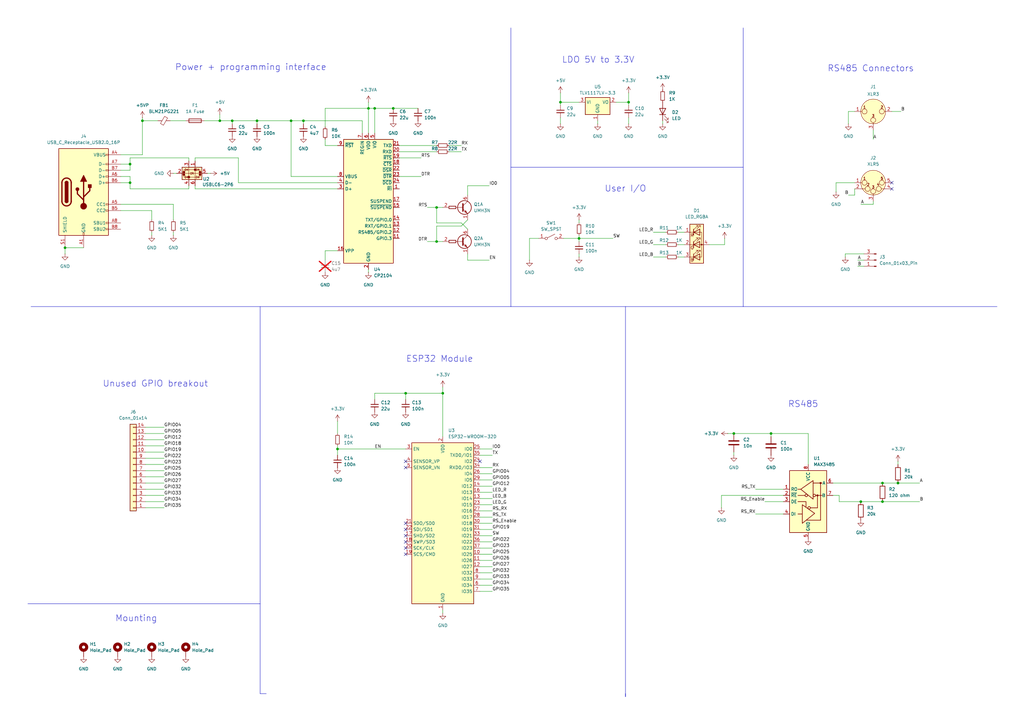
<source format=kicad_sch>
(kicad_sch (version 20231120) (generator "eeschema") (generator_version "8.0")
  (paper "A3")
  (title_block (title "ESP32 RS485") (date "2024-12-10") (rev "1.0") (company "Teknikens Hus"))
  (junction (at 153.67 44.45))
  (junction (at 53.34 74.93))
  (junction (at 361.95 205.74))
  (junction (at 105.41 49.53))
  (junction (at 179.07 99.06))
  (junction (at 58.42 49.53))
  (junction (at 179.07 85.09))
  (junction (at 237.49 97.79))
  (junction (at 119.38 49.53))
  (junction (at 181.61 161.29))
  (junction (at 95.25 49.53))
  (junction (at 151.13 44.45))
  (junction (at 368.3 198.12))
  (junction (at 229.87 41.91))
  (junction (at 138.43 184.15))
  (junction (at 161.29 44.45))
  (junction (at 257.81 41.91))
  (junction (at 353.06 205.74))
  (junction (at 316.23 177.8))
  (junction (at 26.67 101.6))
  (junction (at 53.34 67.31))
  (junction (at 166.37 161.29))
  (junction (at 124.46 49.53))
  (junction (at 300.99 177.8))
  (junction (at 90.17 49.53))
  (junction (at 361.95 198.12))
  (no_connect (at 166.37 191.77))
  (no_connect (at 166.37 189.23))
  (no_connect (at 365.76 77.47))
  (no_connect (at 365.76 74.93))
  (no_connect (at 166.37 227.33))
  (no_connect (at 166.37 214.63))
  (no_connect (at 166.37 217.17))
  (no_connect (at 166.37 224.79))
  (no_connect (at 166.37 219.71))
  (no_connect (at 166.37 222.25))
  (no_connect (at 196.85 189.23))
  (wire (pts (xy 138.43 172.72) (xy 138.43 177.8)))
  (wire (pts (xy 295.91 203.2) (xy 321.31 203.2)))
  (wire (pts (xy 59.69 185.42) (xy 67.31 185.42)))
  (wire (pts (xy 166.37 161.29) (xy 181.61 161.29)))
  (wire (pts (xy 316.23 177.8) (xy 331.47 177.8)))
  (polyline (pts (xy 106.68 247.65) (xy 106.68 284.48)))
  (wire (pts (xy 347.98 80.01) (xy 350.52 80.01)))
  (wire (pts (xy 53.34 64.77) (xy 53.34 67.31)))
  (wire (pts (xy 341.63 198.12) (xy 361.95 198.12)))
  (wire (pts (xy 175.26 85.09) (xy 179.07 85.09)))
  (wire (pts (xy 368.3 189.23) (xy 368.3 190.5)))
  (wire (pts (xy 59.69 190.5) (xy 67.31 190.5)))
  (wire (pts (xy 59.69 182.88) (xy 67.31 182.88)))
  (wire (pts (xy 316.23 177.8) (xy 316.23 179.07)))
  (wire (pts (xy 267.97 95.25) (xy 273.05 95.25)))
  (wire (pts (xy 58.42 49.53) (xy 64.77 49.53)))
  (wire (pts (xy 95.25 49.53) (xy 105.41 49.53)))
  (wire (pts (xy 80.01 77.47) (xy 138.43 77.47)))
  (wire (pts (xy 133.35 102.87) (xy 133.35 106.68)))
  (wire (pts (xy 267.97 105.41) (xy 273.05 105.41)))
  (wire (pts (xy 231.14 97.79) (xy 237.49 97.79)))
  (polyline (pts (xy 304.8 11.43) (xy 304.8 68.58)))
  (wire (pts (xy 257.81 43.18) (xy 257.81 41.91)))
  (wire (pts (xy 26.67 101.6) (xy 34.29 101.6)))
  (wire (pts (xy 138.43 184.15) (xy 166.37 184.15)))
  (wire (pts (xy 59.69 193.04) (xy 67.31 193.04)))
  (wire (pts (xy 191.77 76.2) (xy 200.66 76.2)))
  (wire (pts (xy 237.49 97.79) (xy 237.49 99.06)))
  (wire (pts (xy 353.06 83.82) (xy 358.14 83.82)))
  (wire (pts (xy 119.38 72.39) (xy 138.43 72.39)))
  (polyline (pts (xy 106.68 125.73) (xy 106.68 247.65)))
  (wire (pts (xy 196.85 186.69) (xy 201.93 186.69)))
  (wire (pts (xy 341.63 203.2) (xy 344.17 203.2)))
  (wire (pts (xy 49.53 63.5) (xy 58.42 63.5)))
  (wire (pts (xy 229.87 43.18) (xy 229.87 41.91)))
  (wire (pts (xy 267.97 100.33) (xy 273.05 100.33)))
  (polyline (pts (xy 256.54 125.73) (xy 256.54 285.75)))
  (wire (pts (xy 201.93 237.49) (xy 196.85 237.49)))
  (wire (pts (xy 344.17 203.2) (xy 344.17 205.74)))
  (wire (pts (xy 62.23 86.36) (xy 49.53 86.36)))
  (wire (pts (xy 148.59 49.53) (xy 148.59 54.61)))
  (wire (pts (xy 151.13 41.91) (xy 151.13 44.45)))
  (wire (pts (xy 189.23 91.44) (xy 191.77 93.98)))
  (wire (pts (xy 161.29 44.45) (xy 171.45 44.45)))
  (wire (pts (xy 138.43 182.88) (xy 138.43 184.15)))
  (wire (pts (xy 229.87 41.91) (xy 237.49 41.91)))
  (wire (pts (xy 201.93 232.41) (xy 196.85 232.41)))
  (wire (pts (xy 71.12 83.82) (xy 71.12 90.17)))
  (wire (pts (xy 191.77 104.14) (xy 191.77 106.68)))
  (wire (pts (xy 278.13 95.25) (xy 280.67 95.25)))
  (wire (pts (xy 59.69 198.12) (xy 67.31 198.12)))
  (wire (pts (xy 201.93 227.33) (xy 196.85 227.33)))
  (wire (pts (xy 201.93 219.71) (xy 196.85 219.71)))
  (wire (pts (xy 133.35 59.69) (xy 138.43 59.69)))
  (wire (pts (xy 153.67 54.61) (xy 153.67 44.45)))
  (wire (pts (xy 237.49 97.79) (xy 237.49 96.52)))
  (wire (pts (xy 201.93 196.85) (xy 196.85 196.85)))
  (wire (pts (xy 298.45 177.8) (xy 300.99 177.8)))
  (polyline (pts (xy 256.54 284.48) (xy 256.54 285.75)))
  (wire (pts (xy 133.35 44.45) (xy 151.13 44.45)))
  (wire (pts (xy 331.47 190.5) (xy 331.47 177.8)))
  (wire (pts (xy 237.49 97.79) (xy 251.46 97.79)))
  (wire (pts (xy 196.85 209.55) (xy 201.93 209.55)))
  (wire (pts (xy 201.93 222.25) (xy 196.85 222.25)))
  (wire (pts (xy 201.93 201.93) (xy 196.85 201.93)))
  (wire (pts (xy 201.93 207.01) (xy 196.85 207.01)))
  (wire (pts (xy 358.14 83.82) (xy 358.14 82.55)))
  (wire (pts (xy 59.69 208.28) (xy 67.31 208.28)))
  (wire (pts (xy 80.01 77.47) (xy 80.01 76.2)))
  (wire (pts (xy 300.99 177.8) (xy 316.23 177.8)))
  (wire (pts (xy 80.01 66.04) (xy 80.01 64.77)))
  (wire (pts (xy 353.06 205.74) (xy 361.95 205.74)))
  (wire (pts (xy 201.93 212.09) (xy 196.85 212.09)))
  (wire (pts (xy 184.15 59.69) (xy 189.23 59.69)))
  (wire (pts (xy 95.25 49.53) (xy 95.25 50.8)))
  (wire (pts (xy 365.76 45.72) (xy 369.57 45.72)))
  (wire (pts (xy 181.61 158.75) (xy 181.61 161.29)))
  (wire (pts (xy 97.79 64.77) (xy 97.79 74.93)))
  (wire (pts (xy 49.53 83.82) (xy 71.12 83.82)))
  (wire (pts (xy 201.93 214.63) (xy 196.85 214.63)))
  (wire (pts (xy 245.11 50.8) (xy 245.11 49.53)))
  (wire (pts (xy 257.81 41.91) (xy 252.73 41.91)))
  (wire (pts (xy 62.23 90.17) (xy 62.23 86.36)))
  (wire (pts (xy 344.17 205.74) (xy 353.06 205.74)))
  (wire (pts (xy 138.43 102.87) (xy 133.35 102.87)))
  (wire (pts (xy 347.98 45.72) (xy 350.52 45.72)))
  (wire (pts (xy 297.18 97.79) (xy 297.18 100.33)))
  (polyline (pts (xy 11.43 247.65) (xy 106.68 247.65)))
  (wire (pts (xy 153.67 161.29) (xy 166.37 161.29)))
  (wire (pts (xy 138.43 186.69) (xy 138.43 184.15)))
  (wire (pts (xy 53.34 64.77) (xy 77.47 64.77)))
  (wire (pts (xy 295.91 208.28) (xy 295.91 203.2)))
  (wire (pts (xy 350.52 80.01) (xy 350.52 77.47)))
  (wire (pts (xy 346.71 104.14) (xy 354.33 104.14)))
  (wire (pts (xy 229.87 50.8) (xy 229.87 48.26)))
  (wire (pts (xy 71.12 96.52) (xy 71.12 95.25)))
  (wire (pts (xy 237.49 105.41) (xy 237.49 104.14)))
  (wire (pts (xy 59.69 175.26) (xy 67.31 175.26)))
  (polyline (pts (xy 304.8 125.73) (xy 408.94 125.73)))
  (wire (pts (xy 321.31 210.82) (xy 309.88 210.82)))
  (wire (pts (xy 59.69 200.66) (xy 67.31 200.66)))
  (wire (pts (xy 201.93 191.77) (xy 196.85 191.77)))
  (wire (pts (xy 163.83 62.23) (xy 179.07 62.23)))
  (polyline (pts (xy 304.8 68.58) (xy 304.8 125.73)))
  (wire (pts (xy 237.49 90.17) (xy 237.49 91.44)))
  (wire (pts (xy 69.85 49.53) (xy 76.2 49.53)))
  (wire (pts (xy 229.87 38.1) (xy 229.87 41.91)))
  (wire (pts (xy 201.93 199.39) (xy 196.85 199.39)))
  (wire (pts (xy 184.15 62.23) (xy 189.23 62.23)))
  (wire (pts (xy 133.35 57.15) (xy 133.35 59.69)))
  (wire (pts (xy 361.95 198.12) (xy 368.3 198.12)))
  (wire (pts (xy 153.67 163.83) (xy 153.67 161.29)))
  (wire (pts (xy 300.99 186.69) (xy 300.99 185.42)))
  (wire (pts (xy 97.79 74.93) (xy 138.43 74.93)))
  (wire (pts (xy 151.13 111.76) (xy 151.13 110.49)))
  (wire (pts (xy 368.3 198.12) (xy 377.19 198.12)))
  (wire (pts (xy 175.26 99.06) (xy 179.07 99.06)))
  (wire (pts (xy 90.17 46.99) (xy 90.17 49.53)))
  (wire (pts (xy 257.81 50.8) (xy 257.81 48.26)))
  (wire (pts (xy 201.93 242.57) (xy 196.85 242.57)))
  (wire (pts (xy 77.47 77.47) (xy 77.47 76.2)))
  (wire (pts (xy 257.81 38.1) (xy 257.81 41.91)))
  (wire (pts (xy 58.42 49.53) (xy 58.42 63.5)))
  (wire (pts (xy 181.61 251.46) (xy 181.61 250.19)))
  (polyline (pts (xy 209.55 68.58) (xy 304.8 68.58)))
  (wire (pts (xy 53.34 69.85) (xy 53.34 67.31)))
  (wire (pts (xy 163.83 64.77) (xy 172.72 64.77)))
  (wire (pts (xy 351.79 109.22) (xy 354.33 109.22)))
  (wire (pts (xy 201.93 204.47) (xy 196.85 204.47)))
  (wire (pts (xy 133.35 52.07) (xy 133.35 44.45)))
  (wire (pts (xy 59.69 180.34) (xy 67.31 180.34)))
  (polyline (pts (xy 304.8 125.73) (xy 209.55 125.73)))
  (wire (pts (xy 342.9 78.74) (xy 342.9 74.93)))
  (wire (pts (xy 217.17 106.68) (xy 217.17 97.79)))
  (wire (pts (xy 71.12 71.12) (xy 72.39 71.12)))
  (wire (pts (xy 271.78 50.8) (xy 271.78 49.53)))
  (wire (pts (xy 105.41 49.53) (xy 119.38 49.53)))
  (wire (pts (xy 201.93 217.17) (xy 196.85 217.17)))
  (wire (pts (xy 346.71 105.41) (xy 346.71 104.14)))
  (wire (pts (xy 59.69 203.2) (xy 67.31 203.2)))
  (wire (pts (xy 196.85 240.03) (xy 201.93 240.03)))
  (wire (pts (xy 342.9 74.93) (xy 350.52 74.93)))
  (wire (pts (xy 153.67 44.45) (xy 161.29 44.45)))
  (wire (pts (xy 105.41 50.8) (xy 105.41 49.53)))
  (wire (pts (xy 179.07 92.71) (xy 189.23 92.71)))
  (wire (pts (xy 313.69 205.74) (xy 321.31 205.74)))
  (polyline (pts (xy 12.7 125.73) (xy 209.55 125.73)))
  (wire (pts (xy 77.47 64.77) (xy 77.47 66.04)))
  (wire (pts (xy 119.38 49.53) (xy 119.38 72.39)))
  (wire (pts (xy 191.77 106.68) (xy 200.66 106.68)))
  (wire (pts (xy 59.69 195.58) (xy 67.31 195.58)))
  (wire (pts (xy 53.34 67.31) (xy 49.53 67.31)))
  (wire (pts (xy 179.07 92.71) (xy 179.07 99.06)))
  (wire (pts (xy 351.79 106.68) (xy 354.33 106.68)))
  (polyline (pts (xy 209.55 11.43) (xy 209.55 125.73)))
  (wire (pts (xy 83.82 49.53) (xy 90.17 49.53)))
  (wire (pts (xy 201.93 229.87) (xy 196.85 229.87)))
  (wire (pts (xy 163.83 72.39) (xy 172.72 72.39)))
  (wire (pts (xy 361.95 205.74) (xy 377.19 205.74)))
  (wire (pts (xy 297.18 100.33) (xy 290.83 100.33)))
  (wire (pts (xy 151.13 44.45) (xy 151.13 54.61)))
  (wire (pts (xy 59.69 177.8) (xy 67.31 177.8)))
  (wire (pts (xy 163.83 59.69) (xy 179.07 59.69)))
  (wire (pts (xy 49.53 69.85) (xy 53.34 69.85)))
  (wire (pts (xy 166.37 161.29) (xy 166.37 163.83)))
  (wire (pts (xy 119.38 49.53) (xy 124.46 49.53)))
  (wire (pts (xy 358.14 53.34) (xy 358.14 57.15)))
  (wire (pts (xy 201.93 224.79) (xy 196.85 224.79)))
  (wire (pts (xy 179.07 85.09) (xy 179.07 91.44)))
  (wire (pts (xy 49.53 74.93) (xy 53.34 74.93)))
  (polyline (pts (xy 106.68 284.48) (xy 109.22 284.48)))
  (wire (pts (xy 90.17 49.53) (xy 95.25 49.53)))
  (wire (pts (xy 53.34 77.47) (xy 77.47 77.47)))
  (wire (pts (xy 179.07 85.09) (xy 181.61 85.09)))
  (wire (pts (xy 201.93 184.15) (xy 196.85 184.15)))
  (wire (pts (xy 309.88 200.66) (xy 321.31 200.66)))
  (wire (pts (xy 59.69 205.74) (xy 67.31 205.74)))
  (wire (pts (xy 49.53 72.39) (xy 53.34 72.39)))
  (wire (pts (xy 86.36 71.12) (xy 85.09 71.12)))
  (wire (pts (xy 179.07 99.06) (xy 181.61 99.06)))
  (wire (pts (xy 80.01 64.77) (xy 97.79 64.77)))
  (wire (pts (xy 278.13 100.33) (xy 280.67 100.33)))
  (wire (pts (xy 191.77 90.17) (xy 189.23 92.71)))
  (wire (pts (xy 59.69 187.96) (xy 67.31 187.96)))
  (wire (pts (xy 26.67 104.14) (xy 26.67 101.6)))
  (wire (pts (xy 153.67 44.45) (xy 151.13 44.45)))
  (wire (pts (xy 181.61 161.29) (xy 181.61 179.07)))
  (wire (pts (xy 217.17 97.79) (xy 220.98 97.79)))
  (wire (pts (xy 53.34 77.47) (xy 53.34 74.93)))
  (wire (pts (xy 124.46 49.53) (xy 124.46 50.8)))
  (wire (pts (xy 347.98 50.8) (xy 347.98 45.72)))
  (wire (pts (xy 58.42 48.26) (xy 58.42 49.53)))
  (wire (pts (xy 196.85 194.31) (xy 201.93 194.31)))
  (wire (pts (xy 62.23 96.52) (xy 62.23 95.25)))
  (wire (pts (xy 53.34 72.39) (xy 53.34 74.93)))
  (wire (pts (xy 201.93 234.95) (xy 196.85 234.95)))
  (wire (pts (xy 278.13 105.41) (xy 280.67 105.41)))
  (wire (pts (xy 179.07 91.44) (xy 189.23 91.44)))
  (wire (pts (xy 191.77 76.2) (xy 191.77 80.01)))
  (wire (pts (xy 148.59 49.53) (xy 124.46 49.53)))
  (text "Unused GPIO breakout\n" (at 63.754 157.48 0) (effects (font (size 2.54 2.54))))
  (text "RS485\n" (at 329.438 165.862 0) (effects (font (size 2.54 2.54))))
  (text "ESP32 Module" (at 180.34 147.32 0) (effects (font (size 2.54 2.54))))
  (text "Mounting\n" (at 55.88 253.746 0) (effects (font (size 2.54 2.54))))
  (text "LDO 5V to 3.3V\n" (at 245.364 24.638 0) (effects (font (size 2.54 2.54))))
  (text "Power + programming interface" (at 102.87 27.686 0) (effects (font (size 2.54 2.54))))
  (text "RS485 Connectors" (at 357.124 28.194 0) (effects (font (size 2.54 2.54))))
  (text "User I/O" (at 256.54 77.47 0) (effects (font (size 2.54 2.54))))
  (label "A" (at 377.19 198.12 0))
  (label "GPIO25" (at 67.31 193.04 0))
  (label "GPIO34" (at 201.93 240.03 0))
  (label "GPIO27" (at 201.93 232.41 0))
  (label "IO0" (at 200.66 76.2 0))
  (label "EN" (at 200.66 106.68 0))
  (label "A" (at 351.79 106.68 0))
  (label "RTS" (at 175.26 85.09 180))
  (label "SW" (at 251.46 97.79 0))
  (label "GPIO05" (at 201.93 196.85 0))
  (label "B" (at 369.57 45.72 0))
  (label "RS_RX" (at 201.93 209.55 0))
  (label "GPIO26" (at 201.93 229.87 0))
  (label "LED_R" (at 267.97 95.25 180))
  (label "LED_G" (at 267.97 100.33 180))
  (label "GPIO18" (at 67.31 182.88 0))
  (label "GPIO22" (at 67.31 187.96 0))
  (label "RS_RX" (at 309.88 210.82 180))
  (label "GPIO32" (at 67.31 200.66 0))
  (label "EN" (at 153.67 184.15 0))
  (label "SW" (at 201.93 219.71 0))
  (label "TX" (at 189.23 62.23 0))
  (label "B" (at 377.19 205.74 0))
  (label "LED_B" (at 201.93 204.47 0))
  (label "LED_R" (at 201.93 201.93 0))
  (label "GPIO32" (at 201.93 234.95 0))
  (label "RTS" (at 172.72 64.77 0))
  (label "GPIO19" (at 201.93 217.17 0))
  (label "GPIO26" (at 67.31 195.58 0))
  (label "A" (at 353.06 83.82 0))
  (label "GPIO04" (at 67.31 175.26 0))
  (label "GPIO12" (at 201.93 199.39 0))
  (label "DTR" (at 172.72 72.39 0))
  (label "RX" (at 201.93 191.77 0))
  (label "B" (at 351.79 109.22 0))
  (label "IO0" (at 201.93 184.15 0))
  (label "GPIO22" (at 201.93 222.25 0))
  (label "GPIO23" (at 201.93 224.79 0))
  (label "GPIO19" (at 67.31 185.42 0))
  (label "GPIO05" (at 67.31 177.8 0))
  (label "RS_TX" (at 201.93 212.09 0))
  (label "RX" (at 189.23 59.69 0))
  (label "GPIO35" (at 201.93 242.57 0))
  (label "DTR" (at 175.26 99.06 180))
  (label "RS_Enable" (at 313.69 205.74 180))
  (label "GPIO34" (at 67.31 205.74 0))
  (label "B" (at 347.98 80.01 180))
  (label "RS_Enable" (at 201.93 214.63 0))
  (label "GPIO33" (at 201.93 237.49 0))
  (label "GPIO12" (at 67.31 180.34 0))
  (label "LED_G" (at 201.93 207.01 0))
  (label "GPIO27" (at 67.31 198.12 0))
  (label "RS_TX" (at 309.88 200.66 180))
  (label "LED_B" (at 267.97 105.41 180))
  (label "GPIO33" (at 67.31 203.2 0))
  (label "GPIO25" (at 201.93 227.33 0))
  (label "GPIO35" (at 67.31 208.28 0))
  (label "A" (at 358.14 57.15 0))
  (label "GPIO23" (at 67.31 190.5 0))
  (label "TX" (at 201.93 186.69 0))
  (label "GPIO04" (at 201.93 194.31 0))
  (symbol (lib_id "Device:R_Small") (at 138.43 180.34 0) (unit 1)
    (property "Reference" "R14" (at 140.97 179.0699 0) (effects (justify left)))
    (property "Value" "10K" (at 140.97 181.6099 0) (effects (justify left)))
    (property "Footprint" "Resistor_SMD:R_0402_1005Metric_Pad0.72x0.64mm_HandSolder" (effects (hide yes)))
    (property "Description" "Resistor, small symbol" (effects (hide yes)))
  )
  (symbol (lib_id "power:GND") (at 105.41 55.88 0) (unit 1)
    (property "Reference" "#PWR015" (effects (hide yes)))
    (property "Value" "GND" (at 105.41 60.96 0))
    (property "Description" "Power symbol creates a global label with name \"GND\" , ground" (effects (hide yes)))
  )
  (symbol (lib_id "power:GND") (at 257.81 50.8 0) (unit 1)
    (property "Reference" "#PWR023" (effects (hide yes)))
    (property "Value" "GND" (at 257.81 55.88 0))
    (property "Description" "Power symbol creates a global label with name \"GND\" , ground" (effects (hide yes)))
  )
  (symbol (lib_id "power:+3.3VA") (at 151.13 41.91 0) (unit 1)
    (property "Reference" "#PWR019" (effects (hide yes)))
    (property "Value" "+3.3VA" (at 151.13 36.83 0))
    (property "Description" "Power symbol creates a global label with name \"+3.3VA\"" (effects (hide yes)))
  )
  (symbol (lib_id "power:GND") (at 26.67 104.14 0) (unit 1)
    (property "Reference" "#PWR010" (effects (hide yes)))
    (property "Value" "GND" (at 26.67 109.22 0))
    (property "Description" "Power symbol creates a global label with name \"GND\" , ground" (effects (hide yes)))
  )
  (symbol (lib_id "power:GND") (at 151.13 111.76 0) (unit 1)
    (property "Reference" "#PWR021" (effects (hide yes)))
    (property "Value" "GND" (at 151.13 116.84 0))
    (property "Description" "Power symbol creates a global label with name \"GND\" , ground" (effects (hide yes)))
  )
  (symbol (lib_id "Device:C_Small") (at 124.46 53.34 0) (unit 1)
    (property "Reference" "C4" (at 127 52.0762 0) (effects (justify left)))
    (property "Value" "4u7" (at 127 54.6162 0) (effects (justify left)))
    (property "Footprint" "Capacitor_SMD:C_0805_2012Metric_Pad1.18x1.45mm_HandSolder" (effects (hide yes)))
    (property "Description" "Unpolarized capacitor, small symbol" (effects (hide yes)))
  )
  (symbol (lib_id "power:GND") (at 138.43 191.77 0) (unit 1)
    (property "Reference" "#PWR041" (effects (hide yes)))
    (property "Value" "GND" (at 138.43 196.85 0))
    (property "Description" "Power symbol creates a global label with name \"GND\" , ground" (effects (hide yes)))
  )
  (symbol (lib_id "power:+5V") (at 90.17 46.99 0) (unit 1)
    (property "Reference" "#PWR013" (effects (hide yes)))
    (property "Value" "+5V" (at 90.17 41.91 0))
    (property "Description" "Power symbol creates a global label with name \"+5V\"" (effects (hide yes)))
  )
  (symbol (lib_id "power:GND") (at 271.78 50.8 0) (unit 1)
    (property "Reference" "#PWR028" (effects (hide yes)))
    (property "Value" "GND" (at 271.78 55.88 0))
    (property "Description" "Power symbol creates a global label with name \"GND\" , ground" (effects (hide yes)))
  )
  (symbol (lib_id "power:+3.3V") (at 237.49 90.17 0) (unit 1)
    (property "Reference" "#PWR031" (effects (hide yes)))
    (property "Value" "+3.3V" (at 237.49 85.09 0))
    (property "Description" "Power symbol creates a global label with name \"+3.3V\"" (effects (hide yes)))
  )
  (symbol (lib_id "Device:C") (at 300.99 181.61 0) (unit 1)
    (property "Reference" "C2" (at 304.8 180.3399 0) (effects (justify left)))
    (property "Value" "10n" (at 304.8 182.8799 0) (effects (justify left)))
    (property "Footprint" "Capacitor_SMD:C_0805_2012Metric_Pad1.18x1.45mm_HandSolder" (effects (hide yes)))
    (property "Description" "Unpolarized capacitor" (effects (hide yes)))
  )
  (symbol (lib_id "Connector_Audio:XLR5") (at 358.14 74.93 0) (unit 1)
    (property "Reference" "J2" (at 358.14 64.77 0))
    (property "Value" "XLR5" (at 358.14 67.31 0))
    (property "Footprint" "Connector_Audio:Jack_XLR_Neutrik_NC5FAH-0_Horizontal" (effects (hide yes)))
    (property "Description" "XLR Connector, Male or Female, 5 Pins" (effects (hide yes)))
  )
  (symbol (lib_id "power:GND") (at 62.23 269.24 0) (unit 1)
    (property "Reference" "#PWR035" (effects (hide yes)))
    (property "Value" "GND" (at 62.23 274.32 0))
    (property "Description" "Power symbol creates a global label with name \"GND\" , ground" (effects (hide yes)))
  )
  (symbol (lib_id "Device:R_Small") (at 275.59 100.33 90) (unit 1)
    (property "Reference" "R12" (at 274.32 98.552 90) (effects (justify left)))
    (property "Value" "1K" (at 279.908 98.552 90) (effects (justify left)))
    (property "Footprint" "Resistor_SMD:R_0402_1005Metric_Pad0.72x0.64mm_HandSolder" (effects (hide yes)))
    (property "Description" "Resistor, small symbol" (effects (hide yes)))
  )
  (symbol (lib_id "Device:C_Small") (at 166.37 166.37 0) (unit 1)
    (property "Reference" "C13" (at 168.91 165.1062 0) (effects (justify left)))
    (property "Value" "100n" (at 168.91 167.6462 0) (effects (justify left)))
    (property "Footprint" "Capacitor_SMD:C_0402_1005Metric_Pad0.74x0.62mm_HandSolder" (effects (hide yes)))
    (property "Description" "Unpolarized capacitor, small symbol" (effects (hide yes)))
  )
  (symbol (lib_id "power:GND") (at 34.29 269.24 0) (unit 1)
    (property "Reference" "#PWR033" (effects (hide yes)))
    (property "Value" "GND" (at 34.29 274.32 0))
    (property "Description" "Power symbol creates a global label with name \"GND\" , ground" (effects (hide yes)))
  )
  (symbol (lib_id "power:+5VP") (at 58.42 48.26 0) (unit 1)
    (property "Reference" "#PWR011" (effects (hide yes)))
    (property "Value" "+5VP" (at 58.42 43.18 0))
    (property "Description" "Power symbol creates a global label with name \"+5VP\"" (effects (hide yes)))
  )
  (symbol (lib_id "Device:C_Small") (at 257.81 45.72 0) (unit 1)
    (property "Reference" "C10" (at 260.35 44.4562 0) (effects (justify left)))
    (property "Value" "22u" (at 260.35 46.9962 0) (effects (justify left)))
    (property "Footprint" "Capacitor_SMD:C_0805_2012Metric_Pad1.18x1.45mm_HandSolder" (effects (hide yes)))
    (property "Description" "Unpolarized capacitor, small symbol" (effects (hide yes)))
  )
  (symbol (lib_id "Switch:SW_SPST") (at 226.06 97.79 0) (unit 1)
    (property "Reference" "SW1" (at 226.06 91.44 0))
    (property "Value" "SW_SPST" (at 226.06 93.98 0))
    (property "Footprint" "Button_Switch_SMD:SW_Push_1P1T_NO_6x6mm_H9.5mm" (effects (hide yes)))
    (property "Description" "Single Pole Single Throw (SPST) switch" (effects (hide yes)))
  )
  (symbol (lib_id "power:GND") (at 295.91 208.28 0) (unit 1)
    (property "Reference" "#PWR045" (effects (hide yes)))
    (property "Value" "GND" (at 295.91 213.36 0))
    (property "Description" "Power symbol creates a global label with name \"GND\" , ground" (effects (hide yes)))
  )
  (symbol (lib_id "Device:R_Small") (at 237.49 93.98 0) (unit 1)
    (property "Reference" "R10" (at 240.03 92.7099 0) (effects (justify left)))
    (property "Value" "10K" (at 240.03 95.2499 0) (effects (justify left)))
    (property "Footprint" "Resistor_SMD:R_0402_1005Metric_Pad0.72x0.64mm_HandSolder" (effects (hide yes)))
    (property "Description" "Resistor, small symbol" (effects (hide yes)))
  )
  (symbol (lib_id "Device:C_Small") (at 105.41 53.34 0) (unit 1)
    (property "Reference" "C3" (at 107.95 52.0762 0) (effects (justify left)))
    (property "Value" "100n" (at 107.95 54.6162 0) (effects (justify left)))
    (property "Footprint" "Capacitor_SMD:C_0402_1005Metric_Pad0.74x0.62mm_HandSolder" (effects (hide yes)))
    (property "Description" "Unpolarized capacitor, small symbol" (effects (hide yes)))
  )
  (symbol (lib_id "Device:R") (at 353.06 209.55 0) (unit 1)
    (property "Reference" "R3" (at 355.6 208.2799 0) (effects (justify left)))
    (property "Value" "20k" (at 355.6 210.8199 0) (effects (justify left)))
    (property "Footprint" "Resistor_SMD:R_0402_1005Metric_Pad0.72x0.64mm_HandSolder" (effects (hide yes)))
    (property "Description" "Resistor" (effects (hide yes)))
  )
  (symbol (lib_id "power:GND") (at 62.23 96.52 0) (unit 1)
    (property "Reference" "#PWR08" (effects (hide yes)))
    (property "Value" "GND" (at 62.23 101.6 0))
    (property "Description" "Power symbol creates a global label with name \"GND\" , ground" (effects (hide yes)))
  )
  (symbol (lib_id "power:+3.3V") (at 297.18 97.79 0) (unit 1)
    (property "Reference" "#PWR032" (effects (hide yes)))
    (property "Value" "+3.3V" (at 297.18 92.71 0))
    (property "Description" "Power symbol creates a global label with name \"+3.3V\"" (effects (hide yes)))
  )
  (symbol (lib_id "Device:R_Small") (at 271.78 39.37 0) (unit 1)
    (property "Reference" "R9" (at 274.32 38.0999 0) (effects (justify left)))
    (property "Value" "1K" (at 274.32 40.6399 0) (effects (justify left)))
    (property "Footprint" "Resistor_SMD:R_0402_1005Metric_Pad0.72x0.64mm_HandSolder" (effects (hide yes)))
    (property "Description" "Resistor, small symbol" (effects (hide yes)))
  )
  (symbol (lib_id "Device:C_Small") (at 237.49 101.6 0) (unit 1)
    (property "Reference" "C11" (at 240.03 100.3362 0) (effects (justify left)))
    (property "Value" "100n" (at 240.03 102.8762 0) (effects (justify left)))
    (property "Footprint" "Capacitor_SMD:C_0402_1005Metric_Pad0.74x0.62mm_HandSolder" (effects (hide yes)))
    (property "Description" "Unpolarized capacitor, small symbol" (effects (hide yes)))
  )
  (symbol (lib_id "Connector_Generic:Conn_01x14") (at 54.61 193.04 180) (unit 1)
    (property "Reference" "J6" (at 54.61 168.91 0))
    (property "Value" "Conn_01x14" (at 54.61 171.45 0))
    (property "Footprint" "Connector_PinHeader_2.00mm:PinHeader_1x14_P2.00mm_Vertical" (effects (hide yes)))
    (property "Description" "Generic connector, single row, 01x14, script generated (kicad-library-utils/schlib/autogen/connector/)" (effects (hide yes)))
  )
  (symbol (lib_id "power:GND") (at 71.12 96.52 0) (unit 1)
    (property "Reference" "#PWR09" (effects (hide yes)))
    (property "Value" "GND" (at 71.12 101.6 0))
    (property "Description" "Power symbol creates a global label with name \"GND\" , ground" (effects (hide yes)))
  )
  (symbol (lib_id "power:+3.3V") (at 298.45 177.8 90) (unit 1)
    (property "Reference" "#PWR043" (effects (hide yes)))
    (property "Value" "+3.3V" (at 294.64 177.7999 90) (effects (justify left)))
    (property "Description" "Power symbol creates a global label with name \"+3.3V\"" (effects (hide yes)))
  )
  (symbol (lib_id "power:GND") (at 229.87 50.8 0) (unit 1)
    (property "Reference" "#PWR022" (effects (hide yes)))
    (property "Value" "GND" (at 229.87 55.88 0))
    (property "Description" "Power symbol creates a global label with name \"GND\" , ground" (effects (hide yes)))
  )
  (symbol (lib_id "power:GND") (at 133.35 111.76 0) (unit 1)
    (property "Reference" "#PWR020" (effects (hide yes)))
    (property "Value" "GND" (at 133.35 116.84 0))
    (property "Description" "Power symbol creates a global label with name \"GND\" , ground" (effects (hide yes)))
  )
  (symbol (lib_id "Device:R_Small") (at 133.35 54.61 0) (unit 1)
    (property "Reference" "R6" (at 135.89 53.3399 0) (effects (justify left)))
    (property "Value" "10K" (at 135.89 55.8799 0) (effects (justify left)))
    (property "Footprint" "Resistor_SMD:R_0402_1005Metric_Pad0.72x0.64mm_HandSolder" (effects (hide yes)))
    (property "Description" "Resistor, small symbol" (effects (hide yes)))
  )
  (symbol (lib_id "power:GND") (at 245.11 50.8 0) (unit 1)
    (property "Reference" "#PWR025" (effects (hide yes)))
    (property "Value" "GND" (at 245.11 55.88 0))
    (property "Description" "Power symbol creates a global label with name \"GND\" , ground" (effects (hide yes)))
  )
  (symbol (lib_id "power:GND") (at 166.37 168.91 0) (unit 1)
    (property "Reference" "#PWR039" (effects (hide yes)))
    (property "Value" "GND" (at 166.37 173.99 0))
    (property "Description" "Power symbol creates a global label with name \"GND\" , ground" (effects (hide yes)))
  )
  (symbol (lib_id "power:GND") (at 331.47 220.98 0) (unit 1)
    (property "Reference" "#PWR01" (effects (hide yes)))
    (property "Value" "GND" (at 331.47 226.06 0))
    (property "Description" "Power symbol creates a global label with name \"GND\" , ground" (effects (hide yes)))
  )
  (symbol (lib_id "Device:C_Small") (at 153.67 166.37 0) (unit 1)
    (property "Reference" "C12" (at 156.21 165.1062 0) (effects (justify left)))
    (property "Value" "22u" (at 156.21 167.6462 0) (effects (justify left)))
    (property "Footprint" "Capacitor_SMD:C_0805_2012Metric_Pad1.18x1.45mm_HandSolder" (effects (hide yes)))
    (property "Description" "Unpolarized capacitor, small symbol" (effects (hide yes)))
  )
  (symbol (lib_id "Device:R_Small") (at 181.61 59.69 90) (unit 1)
    (property "Reference" "R7" (at 178.308 58.42 90))
    (property "Value" "22R" (at 185.674 58.42 90))
    (property "Footprint" "Resistor_SMD:R_0402_1005Metric_Pad0.72x0.64mm_HandSolder" (effects (hide yes)))
    (property "Description" "Resistor, small symbol" (effects (hide yes)))
  )
  (symbol (lib_id "Device:R_Small") (at 181.61 62.23 90) (unit 1)
    (property "Reference" "R8" (at 178.308 60.96 90))
    (property "Value" "22R" (at 185.674 60.96 90))
    (property "Footprint" "Resistor_SMD:R_0402_1005Metric_Pad0.72x0.64mm_HandSolder" (effects (hide yes)))
    (property "Description" "Resistor, small symbol" (effects (hide yes)))
  )
  (symbol (lib_id "Device:C_Small") (at 95.25 53.34 0) (unit 1)
    (property "Reference" "C5" (at 97.79 52.0762 0) (effects (justify left)))
    (property "Value" "22u" (at 97.79 54.6162 0) (effects (justify left)))
    (property "Footprint" "Capacitor_SMD:C_0805_2012Metric_Pad1.18x1.45mm_HandSolder" (effects (hide yes)))
    (property "Description" "Unpolarized capacitor, small symbol" (effects (hide yes)))
  )
  (symbol (lib_id "power:GND") (at 71.12 71.12 270) (unit 1)
    (property "Reference" "#PWR02" (effects (hide yes)))
    (property "Value" "GND" (at 67.31 71.1199 90) (effects (justify right)))
    (property "Description" "Power symbol creates a global label with name \"GND\" , ground" (effects (hide yes)))
  )
  (symbol (lib_id "Device:C_Small") (at 138.43 189.23 0) (unit 1)
    (property "Reference" "C14" (at 140.97 187.9662 0) (effects (justify left)))
    (property "Value" "100n" (at 140.97 190.5062 0) (effects (justify left)))
    (property "Footprint" "Capacitor_SMD:C_0402_1005Metric_Pad0.74x0.62mm_HandSolder" (effects (hide yes)))
    (property "Description" "Unpolarized capacitor, small symbol" (effects (hide yes)))
  )
  (symbol (lib_id "power:+3.3V") (at 138.43 172.72 0) (unit 1)
    (property "Reference" "#PWR040" (effects (hide yes)))
    (property "Value" "+3.3V" (at 138.43 167.64 0))
    (property "Description" "Power symbol creates a global label with name \"+3.3V\"" (effects (hide yes)))
  )
  (symbol (lib_id "Device:C_Small") (at 133.35 109.22 0) (unit 1) (in_bom no) (dnp yes)
    (property "Reference" "C15" (at 135.89 107.9562 0) (effects (justify left)))
    (property "Value" "4u7" (at 135.89 110.4962 0) (effects (justify left)))
    (property "Footprint" "Capacitor_SMD:C_0805_2012Metric_Pad1.18x1.45mm_HandSolder" (effects (hide yes)))
    (property "Description" "Unpolarized capacitor, small symbol" (effects (hide yes)))
  )
  (symbol (lib_id "power:GND") (at 347.98 50.8 0) (unit 1)
    (property "Reference" "#PWR05" (effects (hide yes)))
    (property "Value" "GND" (at 347.98 55.88 0))
    (property "Description" "Power symbol creates a global label with name \"GND\" , ground" (effects (hide yes)))
  )
  (symbol (lib_id "Device:C_Small") (at 161.29 46.99 0) (unit 1)
    (property "Reference" "C6" (at 163.83 45.7262 0) (effects (justify left)))
    (property "Value" "22u" (at 163.83 48.2662 0) (effects (justify left)))
    (property "Footprint" "Capacitor_SMD:C_0805_2012Metric_Pad1.18x1.45mm_HandSolder" (effects (hide yes)))
    (property "Description" "Unpolarized capacitor, small symbol" (effects (hide yes)))
  )
  (symbol (lib_id "Device:LED") (at 271.78 45.72 90) (unit 1)
    (property "Reference" "D2" (at 275.59 46.0374 90) (effects (justify right)))
    (property "Value" "LED" (at 275.59 48.5774 90) (effects (justify right)))
    (property "Footprint" "LED_SMD:LED_0603_1608Metric_Pad1.05x0.95mm_HandSolder" (effects (hide yes)))
    (property "Description" "Light emitting diode" (effects (hide yes)))
  )
  (symbol (lib_id "Connector:USB_C_Receptacle_USB2.0_16P") (at 34.29 78.74 0) (unit 1)
    (property "Reference" "J4" (at 34.29 55.88 0))
    (property "Value" "USB_C_Receptacle_USB2.0_16P" (at 34.29 58.42 0))
    (property "Footprint" "Connector_USB:USB_C_Receptacle_HRO_TYPE-C-31-M-12" (effects (hide yes)))
    (property "Datasheet" "https://www.usb.org/sites/default/files/documents/usb_type-c.zip" (effects (hide yes)))
    (property "Description" "USB 2.0-only 16P Type-C Receptacle connector" (effects (hide yes)))
  )
  (symbol (lib_id "power:GND") (at 95.25 55.88 0) (unit 1)
    (property "Reference" "#PWR014" (effects (hide yes)))
    (property "Value" "GND" (at 95.25 60.96 0))
    (property "Description" "Power symbol creates a global label with name \"GND\" , ground" (effects (hide yes)))
  )
  (symbol (lib_id "Interface_UART:MAX3485") (at 331.47 205.74 0) (unit 1)
    (property "Reference" "U1" (at 333.6641 187.96 0) (effects (justify left)))
    (property "Value" "MAX3485" (at 333.6641 190.5 0) (effects (justify left)))
    (property "Footprint" "Package_SO:SOIC-8_3.9x4.9mm_P1.27mm" (effects (hide yes)))
    (property "Datasheet" "https://datasheets.maximintegrated.com/en/ds/MAX3483-MAX3491.pdf" (effects (hide yes)))
    (property "Description" "True RS-485/RS-422, 10Mbps, Slew-Rate Limited, with low-power shutdown, with receiver/driver enable, 32 receiver drive capacitity, DIP-8 and SOIC-8" (effects (hide yes)))
  )
  (symbol (lib_id "Device:C_Small") (at 171.45 46.99 0) (unit 1)
    (property "Reference" "C7" (at 173.99 45.7262 0) (effects (justify left)))
    (property "Value" "100n" (at 173.99 48.2662 0) (effects (justify left)))
    (property "Footprint" "Capacitor_SMD:C_0402_1005Metric_Pad0.74x0.62mm_HandSolder" (effects (hide yes)))
    (property "Description" "Unpolarized capacitor, small symbol" (effects (hide yes)))
  )
  (symbol (lib_id "power:GND") (at 153.67 168.91 0) (unit 1)
    (property "Reference" "#PWR038" (effects (hide yes)))
    (property "Value" "GND" (at 153.67 173.99 0))
    (property "Description" "Power symbol creates a global label with name \"GND\" , ground" (effects (hide yes)))
  )
  (symbol (lib_id "Transistor_BJT:UMH3N") (at 186.69 99.06 0) (unit 1)
    (property "Reference" "Q2" (at 194.31 97.7899 0) (effects (justify left)))
    (property "Value" "UMH3N" (at 194.31 100.3299 0) (effects (justify left)))
    (property "Footprint" "Package_TO_SOT_SMD:SOT-363_SC-70-6" (effects (hide yes)))
    (property "Datasheet" "http://rohmfs.rohm.com/en/products/databook/datasheet/discrete/transistor/digital/emh3t2r-e.pdf" (effects (hide yes)))
    (property "Description" "0.1A Ic, 50V Vce, Dual NPN Input Resistor Transistors, SOT-363" (effects (hide yes)))
  )
  (symbol (lib_id "power:GND") (at 181.61 251.46 0) (unit 1)
    (property "Reference" "#PWR042" (effects (hide yes)))
    (property "Value" "GND" (at 181.61 256.54 0))
    (property "Description" "Power symbol creates a global label with name \"GND\" , ground" (effects (hide yes)))
  )
  (symbol (lib_id "power:+5V") (at 86.36 71.12 270) (unit 1)
    (property "Reference" "#PWR012" (effects (hide yes)))
    (property "Value" "+5V" (at 90.17 71.1199 90) (effects (justify left)))
    (property "Description" "Power symbol creates a global label with name \"+5V\"" (effects (hide yes)))
  )
  (symbol (lib_id "Interface_USB:CP2104") (at 151.13 82.55 0) (unit 1)
    (property "Reference" "U4" (at 153.3241 110.49 0) (effects (justify left)))
    (property "Value" "CP2104" (at 153.3241 113.03 0) (effects (justify left)))
    (property "Footprint" "Package_DFN_QFN:QFN-24-1EP_4x4mm_P0.5mm_EP2.6x2.6mm" (effects (hide yes)))
    (property "Datasheet" "https://www.silabs.com/documents/public/data-sheets/cp2104.pdf" (effects (hide yes)))
    (property "Description" "Single-Chip USB-to-UART Bridge, USB 2.0 Full-Speed, 2Mbps UART, QFN-24" (effects (hide yes)))
  )
  (symbol (lib_id "power:GND") (at 48.26 269.24 0) (unit 1)
    (property "Reference" "#PWR034" (effects (hide yes)))
    (property "Value" "GND" (at 48.26 274.32 0))
    (property "Description" "Power symbol creates a global label with name \"GND\" , ground" (effects (hide yes)))
  )
  (symbol (lib_id "power:+3.3V") (at 257.81 38.1 0) (unit 1)
    (property "Reference" "#PWR026" (effects (hide yes)))
    (property "Value" "+3.3V" (at 257.81 33.02 0))
    (property "Description" "Power symbol creates a global label with name \"+3.3V\"" (effects (hide yes)))
  )
  (symbol (lib_id "Device:C_Small") (at 229.87 45.72 0) (unit 1)
    (property "Reference" "C9" (at 232.41 44.4562 0) (effects (justify left)))
    (property "Value" "22u" (at 232.41 46.9962 0) (effects (justify left)))
    (property "Footprint" "Capacitor_SMD:C_0805_2012Metric_Pad1.18x1.45mm_HandSolder" (effects (hide yes)))
    (property "Description" "Unpolarized capacitor, small symbol" (effects (hide yes)))
  )
  (symbol (lib_id "power:GND") (at 353.06 213.36 0) (unit 1)
    (property "Reference" "#PWR04" (effects (hide yes)))
    (property "Value" "GND" (at 353.06 218.44 0))
    (property "Description" "Power symbol creates a global label with name \"GND\" , ground" (effects (hide yes)))
  )
  (symbol (lib_id "power:GND") (at 217.17 106.68 0) (unit 1)
    (property "Reference" "#PWR029" (effects (hide yes)))
    (property "Value" "GND" (at 217.17 111.76 0))
    (property "Description" "Power symbol creates a global label with name \"GND\" , ground" (effects (hide yes)))
  )
  (symbol (lib_id "RF_Module:ESP32-WROOM-32D") (at 181.61 214.63 0) (unit 1)
    (property "Reference" "U3" (at 183.8041 176.53 0) (effects (justify left)))
    (property "Value" "ESP32-WROOM-32D" (at 183.8041 179.07 0) (effects (justify left)))
    (property "Footprint" "RF_Module:ESP32-WROOM-32D" (effects (hide yes)))
    (property "Datasheet" "https://www.espressif.com/sites/default/files/documentation/esp32-wroom-32d_esp32-wroom-32u_datasheet_en.pdf" (effects (hide yes)))
    (property "Description" "RF Module, ESP32-D0WD SoC, Wi-Fi 802.11b/g/n, Bluetooth, BLE, 32-bit, 2.7-3.6V, onboard antenna, SMD" (effects (hide yes)))
  )
  (symbol (lib_id "power:GND") (at 76.2 269.24 0) (unit 1)
    (property "Reference" "#PWR036" (effects (hide yes)))
    (property "Value" "GND" (at 76.2 274.32 0))
    (property "Description" "Power symbol creates a global label with name \"GND\" , ground" (effects (hide yes)))
  )
  (symbol (lib_id "Device:FerriteBead_Small") (at 67.31 49.53 90) (unit 1)
    (property "Reference" "FB1" (at 67.2719 43.18 90))
    (property "Value" "BLM21PG221" (at 67.2719 45.72 90))
    (property "Footprint" "Inductor_SMD:L_0603_1608Metric_Pad1.05x0.95mm_HandSolder" (effects (hide yes)))
    (property "Description" "Ferrite bead, small symbol" (effects (hide yes)))
  )
  (symbol (lib_id "Device:C") (at 316.23 182.88 0) (unit 1)
    (property "Reference" "C1" (at 320.04 181.6099 0) (effects (justify left)))
    (property "Value" "100n" (at 320.04 184.1499 0) (effects (justify left)))
    (property "Footprint" "Capacitor_SMD:C_0402_1005Metric_Pad0.74x0.62mm_HandSolder" (effects (hide yes)))
    (property "Description" "Unpolarized capacitor" (effects (hide yes)))
  )
  (symbol (lib_id "Device:R") (at 361.95 201.93 0) (unit 1)
    (property "Reference" "R2" (at 364.49 200.6599 0) (effects (justify left)))
    (property "Value" "120 ohm" (at 364.49 203.1999 0) (effects (justify left)))
    (property "Footprint" "Resistor_SMD:R_0402_1005Metric_Pad0.72x0.64mm_HandSolder" (effects (hide yes)))
    (property "Description" "Resistor" (effects (hide yes)))
  )
  (symbol (lib_id "Device:R_Small") (at 275.59 105.41 90) (unit 1)
    (property "Reference" "R13" (at 274.32 103.632 90) (effects (justify left)))
    (property "Value" "1K" (at 279.908 103.632 90) (effects (justify left)))
    (property "Footprint" "Resistor_SMD:R_0402_1005Metric_Pad0.72x0.64mm_HandSolder" (effects (hide yes)))
    (property "Description" "Resistor, small symbol" (effects (hide yes)))
  )
  (symbol (lib_id "Connector:Conn_01x03_Pin") (at 359.41 106.68 180) (unit 1)
    (property "Reference" "J3" (at 360.68 105.4099 0) (effects (justify right)))
    (property "Value" "Conn_01x03_Pin" (at 360.68 107.9499 0) (effects (justify right)))
    (property "Footprint" "Connector_JST:JST_SH_SM03B-SRSS-TB_1x03-1MP_P1.00mm_Horizontal" (effects (hide yes)))
    (property "Description" "Generic connector, single row, 01x03, script generated" (effects (hide yes)))
  )
  (symbol (lib_id "power:GND") (at 161.29 49.53 0) (unit 1)
    (property "Reference" "#PWR017" (effects (hide yes)))
    (property "Value" "GND" (at 161.29 54.61 0))
    (property "Description" "Power symbol creates a global label with name \"GND\" , ground" (effects (hide yes)))
  )
  (symbol (lib_id "Regulator_Linear:LM1117MP-3.3") (at 245.11 41.91 0) (unit 1)
    (property "Reference" "U5" (at 245.11 35.56 0))
    (property "Value" "TLV1117LV-3.3" (at 245.11 38.1 0))
    (property "Footprint" "Package_TO_SOT_SMD:SOT-223-3_TabPin2" (effects (hide yes)))
    (property "Datasheet" "http://www.ti.com/lit/ds/symlink/lm1117.pdf" (effects (hide yes)))
    (property "Description" "800mA Low-Dropout Linear Regulator, 3.3V fixed output, SOT-223" (effects (hide yes)))
  )
  (symbol (lib_id "power:GND") (at 171.45 49.53 0) (unit 1)
    (property "Reference" "#PWR018" (effects (hide yes)))
    (property "Value" "GND" (at 171.45 54.61 0))
    (property "Description" "Power symbol creates a global label with name \"GND\" , ground" (effects (hide yes)))
  )
  (symbol (lib_id "power:GND") (at 342.9 78.74 0) (unit 1)
    (property "Reference" "#PWR07" (effects (hide yes)))
    (property "Value" "GND" (at 342.9 83.82 0))
    (property "Description" "Power symbol creates a global label with name \"GND\" , ground" (effects (hide yes)))
  )
  (symbol (lib_id "Power_Protection:USBLC6-2P6") (at 80.01 71.12 270) (unit 1)
    (property "Reference" "U2" (at 84.582 73.406 90))
    (property "Value" "USBLC6-2P6" (at 89.408 75.692 90))
    (property "Footprint" "Package_TO_SOT_SMD:SOT-666" (effects (hide yes)))
    (property "Datasheet" "https://www.st.com/resource/en/datasheet/usblc6-2.pdf" (effects (hide yes)))
    (property "Description" "Very low capacitance ESD protection diode, 2 data-line, SOT-666" (effects (hide yes)))
  )
  (symbol (lib_id "power:+3.3V") (at 181.61 158.75 0) (unit 1)
    (property "Reference" "#PWR037" (effects (hide yes)))
    (property "Value" "+3.3V" (at 181.61 153.67 0))
    (property "Description" "Power symbol creates a global label with name \"+3.3V\"" (effects (hide yes)))
  )
  (symbol (lib_id "Device:LED_RGBA") (at 285.75 100.33 0) (unit 1)
    (property "Reference" "D1" (at 285.75 86.36 0))
    (property "Value" "LED_RGBA" (at 285.75 88.9 0))
    (property "Footprint" "LED_SMD:LED_RGB_Wuerth-PLCC4_3.2x2.8mm_150141M173100" (effects (hide yes)))
    (property "Description" "RGB LED, red/green/blue/anode" (effects (hide yes)))
  )
  (symbol (lib_id "Mechanical:MountingHole_Pad") (at 76.2 266.7 0) (unit 1) (exclude_from_sim yes) (in_bom no)
    (property "Reference" "H4" (at 78.74 264.1599 0) (effects (justify left)))
    (property "Value" "Hole_Pad" (at 78.74 266.6999 0) (effects (justify left)))
    (property "Footprint" "MountingHole:MountingHole_3.2mm_M3_Pad_Via" (effects (hide yes)))
    (property "Description" "Mounting Hole with connection" (effects (hide yes)))
  )
  (symbol (lib_id "power:GND") (at 124.46 55.88 0) (unit 1)
    (property "Reference" "#PWR016" (effects (hide yes)))
    (property "Value" "GND" (at 124.46 60.96 0))
    (property "Description" "Power symbol creates a global label with name \"GND\" , ground" (effects (hide yes)))
  )
  (symbol (lib_id "Mechanical:MountingHole_Pad") (at 34.29 266.7 0) (unit 1) (exclude_from_sim yes) (in_bom no)
    (property "Reference" "H1" (at 36.83 264.1599 0) (effects (justify left)))
    (property "Value" "Hole_Pad" (at 36.83 266.6999 0) (effects (justify left)))
    (property "Footprint" "MountingHole:MountingHole_3.2mm_M3_Pad_Via" (effects (hide yes)))
    (property "Description" "Mounting Hole with connection" (effects (hide yes)))
  )
  (symbol (lib_id "Device:R") (at 368.3 194.31 0) (unit 1)
    (property "Reference" "R1" (at 370.84 193.0399 0) (effects (justify left)))
    (property "Value" "20k" (at 370.84 195.5799 0) (effects (justify left)))
    (property "Footprint" "Resistor_SMD:R_0402_1005Metric_Pad0.72x0.64mm_HandSolder" (effects (hide yes)))
    (property "Description" "Resistor" (effects (hide yes)))
  )
  (symbol (lib_id "Connector_Audio:XLR3") (at 358.14 45.72 0) (unit 1)
    (property "Reference" "J1" (at 358.14 35.56 0))
    (property "Value" "XLR3" (at 358.14 38.608 0))
    (property "Footprint" "Connector_Audio:Jack_XLR_Neutrik_NC3FAAH-0_Horizontal" (effects (hide yes)))
    (property "Description" "XLR Connector, Male or Female, 3 Pins" (effects (hide yes)))
  )
  (symbol (lib_id "power:GND") (at 237.49 105.41 0) (unit 1)
    (property "Reference" "#PWR030" (effects (hide yes)))
    (property "Value" "GND" (at 237.49 110.49 0))
    (property "Description" "Power symbol creates a global label with name \"GND\" , ground" (effects (hide yes)))
  )
  (symbol (lib_id "Transistor_BJT:UMH3N") (at 186.69 85.09 0) (unit 1)
    (property "Reference" "Q1" (at 194.31 83.8199 0) (effects (justify left)))
    (property "Value" "UMH3N" (at 194.31 86.3599 0) (effects (justify left)))
    (property "Footprint" "Package_TO_SOT_SMD:SOT-363_SC-70-6" (effects (hide yes)))
    (property "Datasheet" "http://rohmfs.rohm.com/en/products/databook/datasheet/discrete/transistor/digital/emh3t2r-e.pdf" (effects (hide yes)))
    (property "Description" "0.1A Ic, 50V Vce, Dual NPN Input Resistor Transistors, SOT-363" (effects (hide yes)))
  )
  (symbol (lib_id "power:GND") (at 300.99 186.69 0) (unit 1)
    (property "Reference" "#PWR044" (effects (hide yes)))
    (property "Value" "GND" (at 300.99 191.77 0))
    (property "Description" "Power symbol creates a global label with name \"GND\" , ground" (effects (hide yes)))
  )
  (symbol (lib_id "Mechanical:MountingHole_Pad") (at 48.26 266.7 0) (unit 1) (exclude_from_sim yes) (in_bom no)
    (property "Reference" "H2" (at 50.8 264.1599 0) (effects (justify left)))
    (property "Value" "Hole_Pad" (at 50.8 266.6999 0) (effects (justify left)))
    (property "Footprint" "MountingHole:MountingHole_3.2mm_M3_Pad_Via" (effects (hide yes)))
    (property "Description" "Mounting Hole with connection" (effects (hide yes)))
  )
  (symbol (lib_id "power:+3.3V") (at 368.3 189.23 0) (unit 1)
    (property "Reference" "#PWR046" (effects (hide yes)))
    (property "Value" "+3.3V" (at 368.3 184.15 0))
    (property "Description" "Power symbol creates a global label with name \"+3.3V\"" (effects (hide yes)))
  )
  (symbol (lib_id "power:+3.3V") (at 271.78 36.83 0) (unit 1)
    (property "Reference" "#PWR027" (effects (hide yes)))
    (property "Value" "+3.3V" (at 271.78 31.75 0))
    (property "Description" "Power symbol creates a global label with name \"+3.3V\"" (effects (hide yes)))
  )
  (symbol (lib_id "power:GND") (at 316.23 186.69 0) (unit 1)
    (property "Reference" "#PWR03" (effects (hide yes)))
    (property "Value" "GND" (at 316.23 191.77 0))
    (property "Description" "Power symbol creates a global label with name \"GND\" , ground" (effects (hide yes)))
  )
  (symbol (lib_id "Device:R_Small") (at 62.23 92.71 0) (unit 1)
    (property "Reference" "R4" (at 64.77 91.4399 0) (effects (justify left)))
    (property "Value" "5K1" (at 64.77 93.9799 0) (effects (justify left)))
    (property "Footprint" "Resistor_SMD:R_0402_1005Metric_Pad0.72x0.64mm_HandSolder" (effects (hide yes)))
    (property "Description" "Resistor, small symbol" (effects (hide yes)))
  )
  (symbol (lib_id "power:GND") (at 346.71 105.41 0) (unit 1)
    (property "Reference" "#PWR06" (effects (hide yes)))
    (property "Value" "GND" (at 346.71 110.49 0))
    (property "Description" "Power symbol creates a global label with name \"GND\" , ground" (effects (hide yes)))
  )
  (symbol (lib_id "Device:Fuse") (at 80.01 49.53 90) (unit 1)
    (property "Reference" "F1" (at 80.01 43.18 90))
    (property "Value" "1A Fuse" (at 80.01 45.72 90))
    (property "Footprint" "Fuse:Fuse_0805_2012Metric_Pad1.15x1.40mm_HandSolder" (effects (hide yes)))
    (property "Description" "Fuse" (effects (hide yes)))
  )
  (symbol (lib_id "Device:R_Small") (at 71.12 92.71 0) (unit 1)
    (property "Reference" "R5" (at 73.66 91.4399 0) (effects (justify left)))
    (property "Value" "5K1" (at 73.66 93.9799 0) (effects (justify left)))
    (property "Footprint" "Resistor_SMD:R_0402_1005Metric_Pad0.72x0.64mm_HandSolder" (effects (hide yes)))
    (property "Description" "Resistor, small symbol" (effects (hide yes)))
  )
  (symbol (lib_id "Device:R_Small") (at 275.59 95.25 90) (unit 1)
    (property "Reference" "R11" (at 274.32 93.472 90) (effects (justify left)))
    (property "Value" "1K" (at 279.908 93.472 90) (effects (justify left)))
    (property "Footprint" "Resistor_SMD:R_0402_1005Metric_Pad0.72x0.64mm_HandSolder" (effects (hide yes)))
    (property "Description" "Resistor, small symbol" (effects (hide yes)))
  )
  (symbol (lib_id "power:+5V") (at 229.87 38.1 0) (unit 1)
    (property "Reference" "#PWR024" (effects (hide yes)))
    (property "Value" "+5V" (at 229.87 33.02 0))
    (property "Description" "Power symbol creates a global label with name \"+5V\"" (effects (hide yes)))
  )
  (symbol (lib_id "Mechanical:MountingHole_Pad") (at 62.23 266.7 0) (unit 1) (exclude_from_sim yes) (in_bom no)
    (property "Reference" "H3" (at 64.77 264.1599 0) (effects (justify left)))
    (property "Value" "Hole_Pad" (at 64.77 266.6999 0) (effects (justify left)))
    (property "Footprint" "MountingHole:MountingHole_3.2mm_M3_Pad_Via" (effects (hide yes)))
    (property "Description" "Mounting Hole with connection" (effects (hide yes)))
  )
)
</source>
